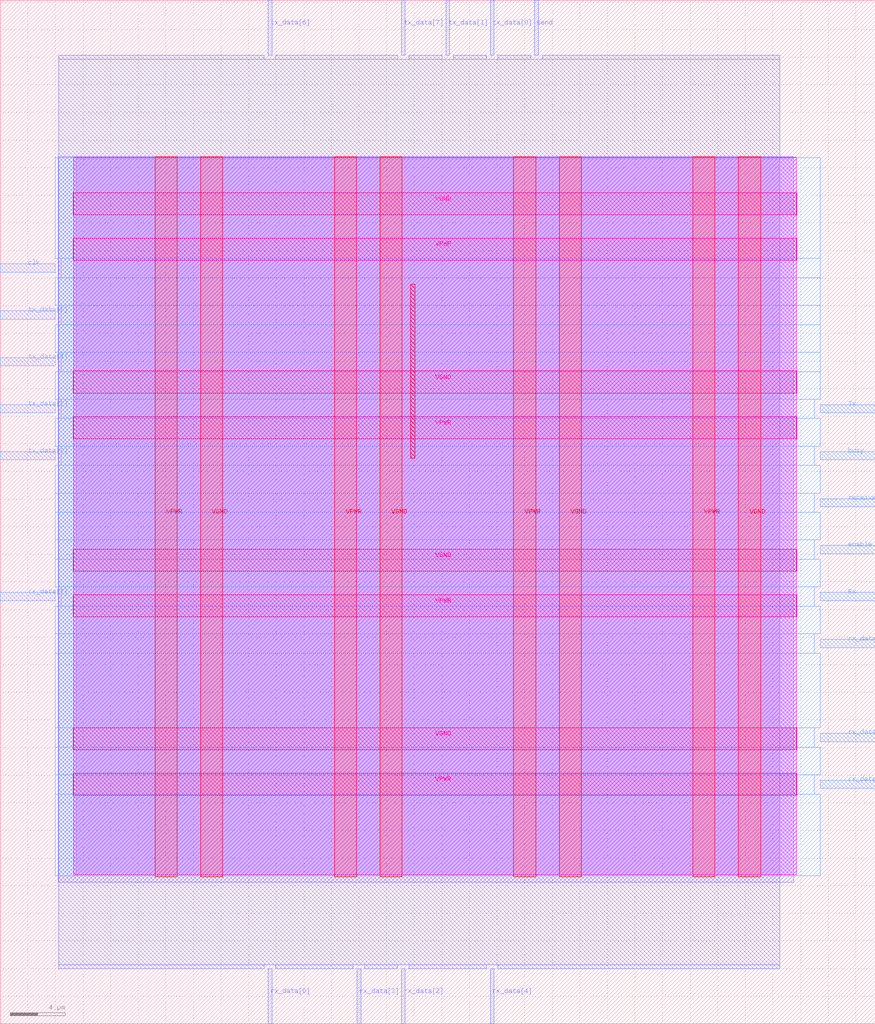
<source format=lef>
VERSION 5.7 ;
  NOWIREEXTENSIONATPIN ON ;
  DIVIDERCHAR "/" ;
  BUSBITCHARS "[]" ;
MACRO radio
  CLASS BLOCK ;
  FOREIGN radio ;
  ORIGIN 0.000 0.000 ;
  SIZE 63.410 BY 74.130 ;
  PIN Rx
    DIRECTION INPUT ;
    USE SIGNAL ;
    ANTENNAGATEAREA 0.196500 ;
    PORT
      LAYER met3 ;
        RECT 59.410 30.640 63.410 31.240 ;
    END
  END Rx
  PIN Tx
    DIRECTION OUTPUT ;
    USE SIGNAL ;
    ANTENNADIFFAREA 0.340600 ;
    PORT
      LAYER met3 ;
        RECT 59.410 44.240 63.410 44.840 ;
    END
  END Tx
  PIN VGND
    DIRECTION INOUT ;
    USE GROUND ;
    PORT
      LAYER met4 ;
        RECT 14.515 10.640 16.115 62.800 ;
    END
    PORT
      LAYER met4 ;
        RECT 27.510 10.640 29.110 62.800 ;
    END
    PORT
      LAYER met4 ;
        RECT 40.505 10.640 42.105 62.800 ;
    END
    PORT
      LAYER met4 ;
        RECT 53.500 10.640 55.100 62.800 ;
    END
    PORT
      LAYER met5 ;
        RECT 5.280 19.840 57.740 21.440 ;
    END
    PORT
      LAYER met5 ;
        RECT 5.280 32.760 57.740 34.360 ;
    END
    PORT
      LAYER met5 ;
        RECT 5.280 45.680 57.740 47.280 ;
    END
    PORT
      LAYER met5 ;
        RECT 5.280 58.600 57.740 60.200 ;
    END
  END VGND
  PIN VPWR
    DIRECTION INOUT ;
    USE POWER ;
    PORT
      LAYER met4 ;
        RECT 11.215 10.640 12.815 62.800 ;
    END
    PORT
      LAYER met4 ;
        RECT 24.210 10.640 25.810 62.800 ;
    END
    PORT
      LAYER met4 ;
        RECT 37.205 10.640 38.805 62.800 ;
    END
    PORT
      LAYER met4 ;
        RECT 50.200 10.640 51.800 62.800 ;
    END
    PORT
      LAYER met5 ;
        RECT 5.280 16.540 57.740 18.140 ;
    END
    PORT
      LAYER met5 ;
        RECT 5.280 29.460 57.740 31.060 ;
    END
    PORT
      LAYER met5 ;
        RECT 5.280 42.380 57.740 43.980 ;
    END
    PORT
      LAYER met5 ;
        RECT 5.280 55.300 57.740 56.900 ;
    END
  END VPWR
  PIN busy
    DIRECTION OUTPUT ;
    USE SIGNAL ;
    ANTENNADIFFAREA 0.340600 ;
    PORT
      LAYER met3 ;
        RECT 59.410 40.840 63.410 41.440 ;
    END
  END busy
  PIN clk
    DIRECTION INPUT ;
    USE SIGNAL ;
    ANTENNAGATEAREA 0.852000 ;
    PORT
      LAYER met3 ;
        RECT 0.000 54.440 4.000 55.040 ;
    END
  END clk
  PIN enable
    DIRECTION INPUT ;
    USE SIGNAL ;
    ANTENNAGATEAREA 0.126000 ;
    PORT
      LAYER met3 ;
        RECT 59.410 34.040 63.410 34.640 ;
    END
  END enable
  PIN receive
    DIRECTION INPUT ;
    USE SIGNAL ;
    ANTENNAGATEAREA 0.196500 ;
    PORT
      LAYER met3 ;
        RECT 59.410 37.440 63.410 38.040 ;
    END
  END receive
  PIN rx_data[0]
    DIRECTION OUTPUT ;
    USE SIGNAL ;
    ANTENNADIFFAREA 0.340600 ;
    PORT
      LAYER met2 ;
        RECT 19.410 0.000 19.690 4.000 ;
    END
  END rx_data[0]
  PIN rx_data[1]
    DIRECTION OUTPUT ;
    USE SIGNAL ;
    ANTENNADIFFAREA 0.340600 ;
    PORT
      LAYER met3 ;
        RECT 0.000 30.640 4.000 31.240 ;
    END
  END rx_data[1]
  PIN rx_data[2]
    DIRECTION OUTPUT ;
    USE SIGNAL ;
    ANTENNADIFFAREA 0.340600 ;
    PORT
      LAYER met2 ;
        RECT 29.070 0.000 29.350 4.000 ;
    END
  END rx_data[2]
  PIN rx_data[3]
    DIRECTION OUTPUT ;
    USE SIGNAL ;
    ANTENNADIFFAREA 0.340600 ;
    PORT
      LAYER met2 ;
        RECT 25.850 0.000 26.130 4.000 ;
    END
  END rx_data[3]
  PIN rx_data[4]
    DIRECTION OUTPUT ;
    USE SIGNAL ;
    ANTENNADIFFAREA 0.340600 ;
    PORT
      LAYER met2 ;
        RECT 35.510 0.000 35.790 4.000 ;
    END
  END rx_data[4]
  PIN rx_data[5]
    DIRECTION OUTPUT ;
    USE SIGNAL ;
    ANTENNADIFFAREA 0.340600 ;
    PORT
      LAYER met3 ;
        RECT 59.410 17.040 63.410 17.640 ;
    END
  END rx_data[5]
  PIN rx_data[6]
    DIRECTION OUTPUT ;
    USE SIGNAL ;
    ANTENNADIFFAREA 0.340600 ;
    PORT
      LAYER met3 ;
        RECT 59.410 20.440 63.410 21.040 ;
    END
  END rx_data[6]
  PIN rx_data[7]
    DIRECTION OUTPUT ;
    USE SIGNAL ;
    ANTENNADIFFAREA 0.340600 ;
    PORT
      LAYER met3 ;
        RECT 59.410 27.240 63.410 27.840 ;
    END
  END rx_data[7]
  PIN send
    DIRECTION INPUT ;
    USE SIGNAL ;
    ANTENNAGATEAREA 0.126000 ;
    PORT
      LAYER met2 ;
        RECT 38.730 70.130 39.010 74.130 ;
    END
  END send
  PIN tx_data[0]
    DIRECTION INPUT ;
    USE SIGNAL ;
    ANTENNAGATEAREA 0.196500 ;
    PORT
      LAYER met2 ;
        RECT 35.510 70.130 35.790 74.130 ;
    END
  END tx_data[0]
  PIN tx_data[1]
    DIRECTION INPUT ;
    USE SIGNAL ;
    ANTENNAGATEAREA 0.196500 ;
    PORT
      LAYER met2 ;
        RECT 32.290 70.130 32.570 74.130 ;
    END
  END tx_data[1]
  PIN tx_data[2]
    DIRECTION INPUT ;
    USE SIGNAL ;
    ANTENNAGATEAREA 0.196500 ;
    PORT
      LAYER met3 ;
        RECT 0.000 44.240 4.000 44.840 ;
    END
  END tx_data[2]
  PIN tx_data[3]
    DIRECTION INPUT ;
    USE SIGNAL ;
    ANTENNAGATEAREA 0.196500 ;
    PORT
      LAYER met3 ;
        RECT 0.000 40.840 4.000 41.440 ;
    END
  END tx_data[3]
  PIN tx_data[4]
    DIRECTION INPUT ;
    USE SIGNAL ;
    ANTENNAGATEAREA 0.196500 ;
    PORT
      LAYER met3 ;
        RECT 0.000 47.640 4.000 48.240 ;
    END
  END tx_data[4]
  PIN tx_data[5]
    DIRECTION INPUT ;
    USE SIGNAL ;
    ANTENNAGATEAREA 0.196500 ;
    PORT
      LAYER met3 ;
        RECT 0.000 51.040 4.000 51.640 ;
    END
  END tx_data[5]
  PIN tx_data[6]
    DIRECTION INPUT ;
    USE SIGNAL ;
    ANTENNAGATEAREA 0.196500 ;
    PORT
      LAYER met2 ;
        RECT 19.410 70.130 19.690 74.130 ;
    END
  END tx_data[6]
  PIN tx_data[7]
    DIRECTION INPUT ;
    USE SIGNAL ;
    ANTENNAGATEAREA 0.196500 ;
    PORT
      LAYER met2 ;
        RECT 29.070 70.130 29.350 74.130 ;
    END
  END tx_data[7]
  OBS
      LAYER nwell ;
        RECT 5.330 10.795 57.690 62.750 ;
      LAYER li1 ;
        RECT 5.520 10.795 57.500 62.645 ;
      LAYER met1 ;
        RECT 4.210 10.240 57.500 62.800 ;
      LAYER met2 ;
        RECT 4.230 69.850 19.130 70.130 ;
        RECT 19.970 69.850 28.790 70.130 ;
        RECT 29.630 69.850 32.010 70.130 ;
        RECT 32.850 69.850 35.230 70.130 ;
        RECT 36.070 69.850 38.450 70.130 ;
        RECT 39.290 69.850 56.480 70.130 ;
        RECT 4.230 4.280 56.480 69.850 ;
        RECT 4.230 4.000 19.130 4.280 ;
        RECT 19.970 4.000 25.570 4.280 ;
        RECT 26.410 4.000 28.790 4.280 ;
        RECT 29.630 4.000 35.230 4.280 ;
        RECT 36.070 4.000 56.480 4.280 ;
      LAYER met3 ;
        RECT 3.990 55.440 59.410 62.725 ;
        RECT 4.400 54.040 59.410 55.440 ;
        RECT 3.990 52.040 59.410 54.040 ;
        RECT 4.400 50.640 59.410 52.040 ;
        RECT 3.990 48.640 59.410 50.640 ;
        RECT 4.400 47.240 59.410 48.640 ;
        RECT 3.990 45.240 59.410 47.240 ;
        RECT 4.400 43.840 59.010 45.240 ;
        RECT 3.990 41.840 59.410 43.840 ;
        RECT 4.400 40.440 59.010 41.840 ;
        RECT 3.990 38.440 59.410 40.440 ;
        RECT 3.990 37.040 59.010 38.440 ;
        RECT 3.990 35.040 59.410 37.040 ;
        RECT 3.990 33.640 59.010 35.040 ;
        RECT 3.990 31.640 59.410 33.640 ;
        RECT 4.400 30.240 59.010 31.640 ;
        RECT 3.990 28.240 59.410 30.240 ;
        RECT 3.990 26.840 59.010 28.240 ;
        RECT 3.990 21.440 59.410 26.840 ;
        RECT 3.990 20.040 59.010 21.440 ;
        RECT 3.990 18.040 59.410 20.040 ;
        RECT 3.990 16.640 59.010 18.040 ;
        RECT 3.990 10.715 59.410 16.640 ;
      LAYER met4 ;
        RECT 29.735 40.975 30.065 53.545 ;
  END
END radio
END LIBRARY


</source>
